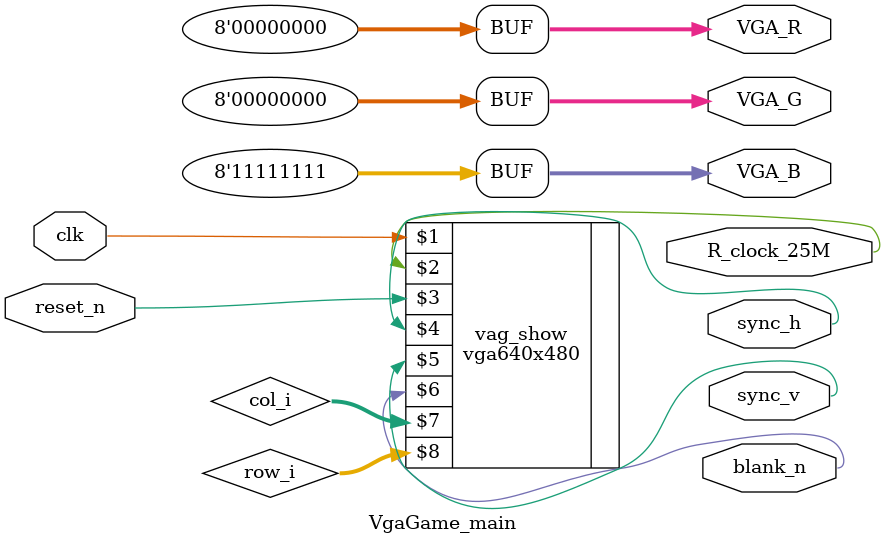
<source format=v>
module VgaGame_main(clk, reset_n,R_clock_25M,VGA_R,VGA_G,VGA_B,sync_h, sync_v, blank_n);
	input reset_n;
	input clk;
	output R_clock_25M;
	output [7:0] VGA_R,VGA_G,VGA_B;
	output sync_h, sync_v, blank_n;
	
	wire [9:0] row_i,col_i;
	wire [7:0] VGA_R,VGA_G,VGA_B;

	assign VGA_R = 0;
	assign VGA_G = 0;
	assign VGA_B = 255;
	
	vga640x480 vag_show (clk, R_clock_25M, reset_n, sync_h, sync_v, blank_n, col_i, row_i);
	

		
endmodule
</source>
